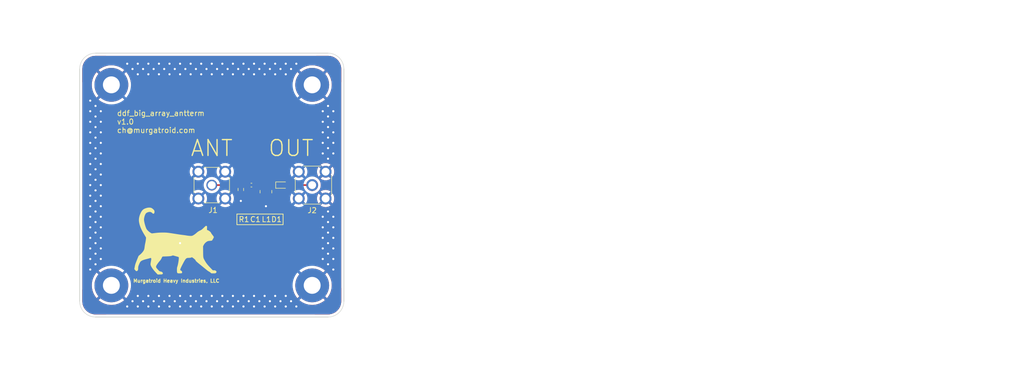
<source format=kicad_pcb>
(kicad_pcb (version 20211014) (generator pcbnew)
  (layers (0 "F.Cu" signal) (1 "In1.Cu" signal) (2 "In2.Cu" signal) (31 "B.Cu" signal) (34 "B.Paste" user) (35 "F.Paste" user) (36 "B.SilkS" user "B.Silkscreen") (37 "F.SilkS" user "F.Silkscreen") (38 "B.Mask" user) (39 "F.Mask" user) (44 "Edge.Cuts" user))
  (net 0 "")
  (net 1 "/ANT")
  (net 2 "/RET")
  (net 3 "/OUT")
  (net 4 "GND")
  (footprint "Resistor_SMD:R_0603_1608Metric" (layer "F.Cu") (at 110.5 65.83 -90)
    (fp_text reference "R1" (at 5.67 -0.6) (layer "F.SilkS"))
    (fp_text value "100K")
    (fp_line (start -0.237258 -0.5225) (end 0.237258 -0.5225) (layer "F.SilkS") (width 0.12))
    (fp_line (start -0.237258 0.5225) (end 0.237258 0.5225) (layer "F.SilkS") (width 0.12))
    (pad "1" smd roundrect (at -0.825 0 270) (size 0.8 0.95) (layers "F.Cu" "F.Paste" "F.Mask") (net 1 "/ANT"))
    (pad "2" smd roundrect (at 0.825 0 270) (size 0.8 0.95) (layers "F.Cu" "F.Paste" "F.Mask") (net 4 "GND"))
  )
  (footprint "ch:SMA_Molex_73251-2200_Horizontal" (layer "F.Cu") (at 124 65 -90)
    (fp_text reference "J2" (at 4.8 0) (layer "F.SilkS"))
    (fp_text value "Conn_Coaxial")
    (fp_line (start 3.6 -1.6) (end 3.6 1.6) (layer "F.SilkS") (width 0.12))
    (fp_line (start -1.3 3.2) (end 1.3 3.2) (layer "F.SilkS") (width 0.12))
    (fp_line (start -3.6 -1.6) (end -3.6 1.6) (layer "F.SilkS") (width 0.12))
    (fp_line (start -1.8 -3.68) (end 1.8 -3.68) (layer "F.SilkS") (width 0.12))
    (pad "1" thru_hole circle locked (at 0 0 270) (size 2.25 2.25) (drill 1.5) (layers *.Cu *.Mask) (net 3 "/OUT"))
    (pad "2" thru_hole circle locked (at 2.54 -2.54 270) (size 2.25 2.25) (drill 1.5) (layers *.Cu *.Mask) (net 4 "GND"))
    (pad "2" thru_hole circle locked (at -2.54 -2.54 270) (size 2.25 2.25) (drill 1.5) (layers *.Cu *.Mask) (net 4 "GND"))
    (pad "2" thru_hole circle locked (at 2.54 2.54) (size 2.25 2.25) (drill 1.5) (layers *.Cu *.Mask) (net 4 "GND"))
    (pad "2" thru_hole circle locked (at -2.54 2.54 270) (size 2.25 2.25) (drill 1.5) (layers *.Cu *.Mask) (net 4 "GND"))
  )
  (footprint "MountingHole:MountingHole_3.2mm_M3_Pad_TopBottom" (layer "F.Cu") (at 86 46)
    (fp_text reference "H2" hide)
    (fp_text value "MountingHole")
    (pad "1" connect circle locked (at 0 0) (size 6.4 6.4) (layers "B.Cu" "B.Mask") (net 4 "GND"))
    (pad "1" connect circle locked (at 0 0) (size 6.4 6.4) (layers "F.Cu" "F.Mask") (net 4 "GND"))
    (pad "1" thru_hole circle locked (at 0 0) (size 3.6 3.6) (drill 3.2) (layers *.Cu *.Mask) (net 4 "GND"))
  )
  (footprint "Capacitor_SMD:C_0402_1005Metric" (layer "F.Cu") (at 112.5 65)
    (fp_text reference "C1" (at 0.75 6.5) (layer "F.SilkS"))
    (fp_text value "390p NP0 50V")
    (fp_line (start -0.107836 0.36) (end 0.107836 0.36) (layer "F.SilkS") (width 0.12))
    (fp_line (start -0.107836 -0.36) (end 0.107836 -0.36) (layer "F.SilkS") (width 0.12))
    (pad "1" smd roundrect (at -0.48 0) (size 0.56 0.62) (layers "F.Cu" "F.Paste" "F.Mask") (net 1 "/ANT"))
    (pad "2" smd roundrect (at 0.48 0) (size 0.56 0.62) (layers "F.Cu" "F.Paste" "F.Mask") (net 2 "/RET"))
  )
  (footprint "MountingHole:MountingHole_3.2mm_M3_Pad_TopBottom" (layer "F.Cu") (at 124 46)
    (fp_text reference "H4" hide)
    (fp_text value "MountingHole")
    (pad "1" connect circle locked (at 0 0) (size 6.4 6.4) (layers "F.Cu" "F.Mask") (net 4 "GND"))
    (pad "1" thru_hole circle locked (at 0 0) (size 3.6 3.6) (drill 3.2) (layers *.Cu *.Mask) (net 4 "GND"))
    (pad "1" connect circle locked (at 0 0) (size 6.4 6.4) (layers "B.Cu" "B.Mask") (net 4 "GND"))
  )
  (footprint "Diode_SMD:D_SOD-523" (layer "F.Cu") (at 118.25 65)
    (fp_text reference "D1" (at -1 6.5) (layer "F.SilkS"))
    (fp_text value "SMP1340")
    (fp_line (start 0.7 0.6) (end -1.15 0.6) (layer "F.SilkS") (width 0.12))
    (fp_line (start 0.7 -0.6) (end -1.15 -0.6) (layer "F.SilkS") (width 0.12))
    (fp_line (start -1.15 -0.6) (end -1.15 0.6) (layer "F.SilkS") (width 0.12))
    (pad "1" smd rect (at -0.7 0 180) (size 0.6 0.7) (layers "F.Cu" "F.Paste" "F.Mask") (net 2 "/RET"))
    (pad "2" smd rect (at 0.7 0 180) (size 0.6 0.7) (layers "F.Cu" "F.Paste" "F.Mask") (net 3 "/OUT"))
  )
  (footprint "ch:SMA_Molex-73391-0070_Vertical" (layer "F.Cu") (at 105 65)
    (fp_text reference "J1" (at 0.25 4.75) (layer "F.SilkS"))
    (fp_text value "Conn_Coaxial")
    (fp_line (start -1.45 3.355) (end 1.45 3.355) (layer "F.SilkS") (width 0.12))
    (fp_line (start -3.355 -1.45) (end -3.355 1.45) (layer "F.SilkS") (width 0.12))
    (fp_line (start -1.45 -3.355) (end 1.45 -3.355) (layer "F.SilkS") (width 0.12))
    (fp_line (start 3.355 -1.45) (end 3.355 1.45) (layer "F.SilkS") (width 0.12))
    (pad "1" thru_hole circle locked (at 0 0) (size 2.05 2.05) (drill 1.5) (layers *.Cu *.Mask) (net 1 "/ANT"))
    (pad "2" thru_hole circle locked (at 2.54 2.54) (size 2.25 2.25) (drill 1.5) (layers *.Cu *.Mask) (net 4 "GND"))
    (pad "2" thru_hole circle locked (at 2.54 -2.54) (size 2.25 2.25) (drill 1.5) (layers *.Cu *.Mask) (net 4 "GND"))
    (pad "2" thru_hole circle locked (at -2.54 -2.54) (size 2.25 2.25) (drill 1.5) (layers *.Cu *.Mask) (net 4 "GND"))
    (pad "2" thru_hole circle locked (at -2.54 2.54) (size 2.25 2.25) (drill 1.5) (layers *.Cu *.Mask) (net 4 "GND"))
  )
  (footprint "ch:IMC1008" (layer "F.Cu") (at 115.25 66.25 -90)
    (fp_text reference "L1" (at 5.25 -0.1) (layer "F.SilkS"))
    (fp_text value "560n")
    (fp_line (start -0.261252 -1.11) (end 0.261252 -1.11) (layer "F.SilkS") (width 0.12))
    (fp_line (start -0.261252 1.11) (end 0.261252 1.11) (layer "F.SilkS") (width 0.12))
    (pad "1" smd roundrect (at -1.25 0 90) (size 1.3 2.54) (layers "F.Cu" "F.Paste" "F.Mask") (roundrect_rratio 0.2) (net 2 "/RET"))
    (pad "2" smd roundrect (at 1.25 0 270) (size 1.3 2.54) (layers "F.Cu" "F.Paste" "F.Mask") (roundrect_rratio 0.2) (net 4 "GND"))
  )
  (footprint "MountingHole:MountingHole_3.2mm_M3_Pad_TopBottom" (layer "F.Cu") (at 86 84)
    (fp_text reference "H3" hide)
    (fp_text value "MountingHole")
    (pad "1" thru_hole circle locked (at 0 0) (size 3.6 3.6) (drill 3.2) (layers *.Cu *.Mask) (net 4 "GND"))
    (pad "1" connect circle locked (at 0 0) (size 6.4 6.4) (layers "B.Cu" "B.Mask") (net 4 "GND"))
    (pad "1" connect circle locked (at 0 0) (size 6.4 6.4) (layers "F.Cu" "F.Mask") (net 4 "GND"))
  )
  (footprint "MountingHole:MountingHole_3.2mm_M3_Pad_TopBottom" (layer "F.Cu") (at 124 84)
    (fp_text reference "H1" hide)
    (fp_text value "MountingHole")
    (pad "1" connect circle locked (at 0 0) (size 6.4 6.4) (layers "F.Cu" "F.Mask") (net 4 "GND"))
    (pad "1" thru_hole circle locked (at 0 0) (size 3.6 3.6) (drill 3.2) (layers *.Cu *.Mask) (net 4 "GND"))
    (pad "1" connect circle locked (at 0 0) (size 6.4 6.4) (layers "B.Cu" "B.Mask") (net 4 "GND"))
  )
  (gr_rect (start 109.75 70.484) (end 118.5 72.5) (layer "F.SilkS") (width 0.15) (fill none))
  (gr_poly (pts (xy 92.737201 69.314506) (xy 92.619491 69.34756) (xy 92.510511 69.381848) (xy 92.409649 69.417836) (xy 92.316295 69.455992) (xy 92.22984 69.496782) (xy 92.149672 69.540673) (xy 92.075182 69.588132) (xy 92.00576 69.639626) (xy 91.940796 69.695622) (xy 91.879678 69.756587) (xy 91.821798 69.822989) (xy 91.766544 69.895293) (xy 91.713307 69.973967) (xy 91.661476 70.059477) (xy 91.610442 70.152292) (xy 91.559593 70.252877) (xy 91.506723 70.365875) (xy 91.458182 70.477928) (xy 91.413963 70.589025) (xy 91.374062 70.699156) (xy 91.338472 70.808309) (xy 91.307187 70.916473) (xy 91.280203 71.023638) (xy 91.257512 71.129792) (xy 91.239109 71.234926) (xy 91.224989 71.339026) (xy 91.215145 71.442084) (xy 91.209572 71.544088) (xy 91.208264 71.645026) (xy 91.211214 71.744889) (xy 91.218418 71.843664) (xy 91.22987 71.941342) (xy 91.252117 72.07718) (xy 91.278211 72.2119) (xy 91.308347 72.346) (xy 91.342724 72.479981) (xy 91.381536 72.61434) (xy 91.424981 72.749579) (xy 91.473254 72.886196) (xy 91.526554 73.024692) (xy 91.585075 73.165564) (xy 91.649015 73.309314) (xy 91.718569 73.456441) (xy 91.793936 73.607443) (xy 91.87531 73.762821) (xy 91.962889 73.923074) (xy 92.056869 74.088702) (xy 92.157446 74.260203) (xy 92.563211 74.941399) (xy 92.537811 75.242231) (xy 92.530604 75.311707) (xy 92.52016 75.393113) (xy 92.506992 75.483433) (xy 92.491615 75.579654) (xy 92.47454 75.678762) (xy 92.456283 75.777744) (xy 92.437356 75.873586) (xy 92.418272 75.963274) (xy 92.397969 76.053945) (xy 92.378036 76.152598) (xy 92.358859 76.256005) (xy 92.340822 76.360942) (xy 92.30971 76.5625) (xy 92.297404 76.652669) (xy 92.28778 76.731464) (xy 92.278647 76.809016) (xy 92.26773 76.885841) (xy 92.255284 76.960541) (xy 92.241564 77.03172) (xy 92.226824 77.09798) (xy 92.211319 77.157924) (xy 92.195305 77.210155) (xy 92.187186 77.232941) (xy 92.179036 77.253275) (xy 92.15378 77.30727) (xy 92.125624 77.361865) (xy 92.094635 77.416981) (xy 92.060884 77.472539) (xy 92.024437 77.528457) (xy 91.985365 77.584656) (xy 91.943735 77.641056) (xy 91.899616 77.697577) (xy 91.853077 77.754138) (xy 91.804186 77.810661) (xy 91.753012 77.867065) (xy 91.699623 77.923269) (xy 91.644089 77.979195) (xy 91.586477 78.034761) (xy 91.526856 78.089889) (xy 91.465296 78.144497) (xy 91.142875 78.42358) (xy 90.910941 78.996033) (xy 90.695562 79.537611) (xy 90.622027 79.731658) (xy 90.565819 79.890966) (xy 90.522856 80.027854) (xy 90.489058 80.154638) (xy 90.460342 80.283635) (xy 90.432627 80.427164) (xy 90.405305 80.579691) (xy 90.379664 80.712498) (xy 90.358756 80.811342) (xy 90.351031 80.843577) (xy 90.345632 80.861981) (xy 90.344388 80.867809) (xy 90.34468 80.875052) (xy 90.346434 80.883618) (xy 90.349573 80.893412) (xy 90.3597 80.916316) (xy 90.37445 80.943022) (xy 90.393213 80.972786) (xy 90.415379 81.004866) (xy 90.440335 81.038518) (xy 90.467473 81.072998) (xy 90.496181 81.107564) (xy 90.525848 81.141473) (xy 90.555864 81.17398) (xy 90.585618 81.204344) (xy 90.614499 81.23182) (xy 90.641898 81.255666) (xy 90.667202 81.275139) (xy 90.678878 81.283002) (xy 90.689802 81.289494) (xy 90.698445 81.293587) (xy 90.707365 81.297031) (xy 90.716542 81.299836) (xy 90.725956 81.302013) (xy 90.735588 81.303571) (xy 90.745416 81.30452) (xy 90.755422 81.30487) (xy 90.765586 81.304632) (xy 90.775887 81.303815) (xy 90.786306 81.302429) (xy 90.796823 81.300485) (xy 90.807417 81.297991) (xy 90.81807 81.294959) (xy 90.828762 81.291397) (xy 90.839471 81.287317) (xy 90.850179 81.282727) (xy 90.871512 81.272061) (xy 90.892599 81.259479) (xy 90.913283 81.24506) (xy 90.933404 81.228884) (xy 90.952803 81.211031) (xy 90.971322 81.191581) (xy 90.9888 81.170613) (xy 90.9971 81.159585) (xy 91.00508 81.148207) (xy 91.012941 81.134831) (xy 91.020222 81.120406) (xy 91.02694 81.104822) (xy 91.033112 81.087966) (xy 91.038752 81.069728) (xy 91.043876 81.049997) (xy 91.048502 81.028661) (xy 91.052645 81.005609) (xy 91.056321 80.980731) (xy 91.059546 80.953914) (xy 91.062336 80.925049) (xy 91.064708 80.894023) (xy 91.066676 80.860725) (xy 91.068258 80.825045) (xy 91.069469 80.786872) (xy 91.070326 80.746093) (xy 91.071401 80.650441) (xy 91.073 80.608213) (xy 91.075533 80.56869) (xy 91.079169 80.531102) (xy 91.084081 80.494678) (xy 91.090436 80.458648) (xy 91.098405 80.422243) (xy 91.108158 80.384692) (xy 91.119866 80.345224) (xy 91.133697 80.303071) (xy 91.149823 80.25746) (xy 91.189636 80.152789) (xy 91.240665 80.02505) (xy 91.276823 79.939791) (xy 91.314012 79.856614) (xy 91.351209 79.7776) (xy 91.387389 79.704832) (xy 91.421531 79.64039) (xy 91.452611 79.586357) (xy 91.479605 79.544815) (xy 91.491251 79.529378) (xy 91.501491 79.517844) (xy 91.53965 79.480147) (xy 91.579734 79.444367) (xy 91.622219 79.410297) (xy 91.667583 79.37773) (xy 91.716303 79.346459) (xy 91.768857 79.316276) (xy 91.825721 79.286975) (xy 91.887372 79.258347) (xy 91.954289 79.230187) (xy 92.026947 79.202287) (xy 92.105825 79.174439) (xy 92.191399 79.146436) (xy 92.284146 79.118072) (xy 92.384544 79.089138) (xy 92.49307 79.059429) (xy 92.610201 79.028736) (xy 92.864337 78.963393) (xy 93.088931 78.902827) (xy 93.259858 78.854495) (xy 93.352992 78.825853) (xy 93.369202 78.820176) (xy 93.383925 78.81536) (xy 93.397288 78.811422) (xy 93.409418 78.808378) (xy 93.420443 78.806244) (xy 93.430491 78.805038) (xy 93.435188 78.804788) (xy 93.439688 78.804776) (xy 93.444008 78.805003) (xy 93.448163 78.805473) (xy 93.452169 78.806187) (xy 93.456042 78.807147) (xy 93.459798 78.808356) (xy 93.463454 78.809815) (xy 93.467024 78.811526) (xy 93.470525 78.813492) (xy 93.473972 78.815715) (xy 93.477383 78.818196) (xy 93.484155 78.823942) (xy 93.490969 78.830747) (xy 93.497953 78.838629) (xy 93.505234 78.847602) (xy 93.511138 78.8558) (xy 93.516616 78.864121) (xy 93.521668 78.872626) (xy 93.526293 78.881375) (xy 93.530491 78.890429) (xy 93.53426 78.899848) (xy 93.5376 78.909693) (xy 93.540511 78.920024) (xy 93.542991 78.930901) (xy 93.545041 78.942384) (xy 93.546659 78.954535) (xy 93.547845 78.967413) (xy 93.548598 78.981078) (xy 93.548918 78.995592) (xy 93.548804 79.011014) (xy 93.548255 79.027406) (xy 93.54585 79.063336) (xy 93.541699 79.103866) (xy 93.535797 79.14948) (xy 93.528138 79.200659) (xy 93.518717 79.257887) (xy 93.50753 79.321647) (xy 93.49457 79.392422) (xy 93.479833 79.470695) (xy 93.465283 79.548105) (xy 93.451712 79.626702) (xy 93.439418 79.704279) (xy 93.428696 79.778631) (xy 93.419842 79.84755) (xy 93.413151 79.90883) (xy 93.408919 79.960266) (xy 93.407443 79.99965) (xy 93.408628 80.031073) (xy 93.412165 80.064178) (xy 93.418029 80.098927) (xy 93.426195 80.135283) (xy 93.449332 80.212661) (xy 93.481374 80.296012) (xy 93.522119 80.38503) (xy 93.571367 80.479414) (xy 93.628915 80.578862) (xy 93.694562 80.683069) (xy 93.768107 80.791734) (xy 93.849347 80.904553) (xy 93.93808 81.021225) (xy 94.034106 81.141445) (xy 94.137223 81.264912) (xy 94.247229 81.391322) (xy 94.363923 81.520373) (xy 94.487102 81.651762) (xy 94.766026 81.945291) (xy 95.197191 81.934495) (xy 95.335503 81.930598) (xy 95.441497 81.926267) (xy 95.484061 81.923594) (xy 95.520569 81.9204) (xy 95.551694 81.916545) (xy 95.578112 81.911893) (xy 95.600496 81.906304) (xy 95.619522 81.899642) (xy 95.635863 81.891769) (xy 95.650194 81.882546) (xy 95.663189 81.871836) (xy 95.675523 81.8595) (xy 95.700905 81.829402) (xy 95.711777 81.813824) (xy 95.721308 81.799583) (xy 95.729512 81.786489) (xy 95.736405 81.774351) (xy 95.742004 81.762978) (xy 95.744322 81.757518) (xy 95.746323 81.752178) (xy 95.748008 81.746933) (xy 95.74938 81.74176) (xy 95.750439 81.736635) (xy 95.751189 81.731533) (xy 95.75163 81.726432) (xy 95.751766 81.721307) (xy 95.751598 81.716134) (xy 95.751128 81.710889) (xy 95.750358 81.705549) (xy 95.74929 81.700089) (xy 95.747926 81.694486) (xy 95.746267 81.688716) (xy 95.742077 81.676578) (xy 95.736734 81.663484) (xy 95.730254 81.649243) (xy 95.722653 81.633664) (xy 95.715655 81.619905) (xy 95.708233 81.606486) (xy 95.70039 81.593411) (xy 95.692128 81.58068) (xy 95.683449 81.568295) (xy 95.674354 81.556256) (xy 95.664847 81.544566) (xy 95.654929 81.533225) (xy 95.644602 81.522234) (xy 95.633867 81.511596) (xy 95.622728 81.501311) (xy 95.611186 81.49138) (xy 95.599242 81.481805) (xy 95.5869 81.472588) (xy 95.57416 81.463728) (xy 95.561026 81.455228) (xy 95.547499 81.44709) (xy 95.53358 81.439313) (xy 95.519273 81.4319) (xy 95.504578 81.424851) (xy 95.489499 81.418169) (xy 95.474037 81.411854) (xy 95.441971 81.400331) (xy 95.408398 81.390292) (xy 95.373333 81.381748) (xy 95.336792 81.374709) (xy 95.298791 81.369186) (xy 95.267234 81.364475) (xy 95.2387 81.359559) (xy 95.212564 81.353975) (xy 95.200199 81.350788) (xy 95.188199 81.347261) (xy 95.176485 81.343337) (xy 95.164979 81.338956) (xy 95.153603 81.334063) (xy 95.142278 81.328598) (xy 95.130927 81.322504) (xy 95.11947 81.315724) (xy 95.10783 81.308199) (xy 95.095928 81.299872) (xy 95.083686 81.290685) (xy 95.071026 81.28058) (xy 95.05787 81.2695) (xy 95.044138 81.257387) (xy 95.014638 81.22983) (xy 94.981899 81.197446) (xy 94.945295 81.159775) (xy 94.9042 81.116353) (xy 94.806031 81.010412) (xy 94.697502 80.891176) (xy 94.652124 80.839176) (xy 94.612316 80.79156) (xy 94.577815 80.747808) (xy 94.548354 80.707399) (xy 94.523668 80.669814) (xy 94.503493 80.634531) (xy 94.487563 80.601031) (xy 94.475614 80.568792) (xy 94.467379 80.537294) (xy 94.462595 80.506018) (xy 94.460996 80.474442) (xy 94.462316 80.442046) (xy 94.466291 80.408309) (xy 94.472656 80.372712) (xy 94.481706 80.340181) (xy 94.4976 80.300201) (xy 94.519797 80.253557) (xy 94.547757 80.201035) (xy 94.580938 80.143418) (xy 94.618799 80.081493) (xy 94.660798 80.016045) (xy 94.706396 79.947858) (xy 94.75505 79.877718) (xy 94.806219 79.806409) (xy 94.859362 79.734717) (xy 94.913939 79.663427) (xy 94.969408 79.593324) (xy 95.025227 79.525193) (xy 95.080857 79.459819) (xy 95.135755 79.397987) (xy 95.165778 79.364781) (xy 95.194733 79.331674) (xy 95.222659 79.298597) (xy 95.249591 79.265481) (xy 95.275568 79.232256) (xy 95.300628 79.198855) (xy 95.324806 79.165209) (xy 95.348142 79.131248) (xy 95.370673 79.096903) (xy 95.392435 79.062107) (xy 95.413467 79.02679) (xy 95.433805 78.990883) (xy 95.453488 78.954318) (xy 95.472552 78.917025) (xy 95.491036 78.878936) (xy 95.508976 78.839981) (xy 95.552112 78.748867) (xy 95.570723 78.710951) (xy 95.587689 78.677717) (xy 95.603253 78.648857) (xy 95.617659 78.624065) (xy 95.631151 78.60303) (xy 95.643973 78.585446) (xy 95.656369 78.571004) (xy 95.668583 78.559396) (xy 95.680859 78.550313) (xy 95.693441 78.543449) (xy 95.706572 78.538494) (xy 95.720498 78.535141) (xy 95.73546 78.533081) (xy 95.751705 78.532006) (xy 96.475116 78.507519) (xy 96.741318 78.49439) (xy 96.954613 78.479936) (xy 97.123074 78.463607) (xy 97.254772 78.444852) (xy 97.35778 78.423121) (xy 97.44017 78.397862) (xy 97.646704 78.321821) (xy 97.965474 78.412468) (xy 98.449282 78.545988) (xy 98.590644 78.588401) (xy 98.641336 78.605863) (xy 98.680663 78.621719) (xy 98.710094 78.63664) (xy 98.7311 78.651294) (xy 98.745152 78.666351) (xy 98.75372 78.682478) (xy 98.758274 78.700347) (xy 98.760284 78.720624) (xy 98.762557 78.771083) (xy 98.764569 78.826406) (xy 98.762668 78.897224) (xy 98.748471 79.077029) (xy 98.722639 79.293855) (xy 98.687846 79.531059) (xy 98.646764 79.771999) (xy 98.602068 80.000031) (xy 98.556431 80.198514) (xy 98.534095 80.281474) (xy 98.512526 80.350805) (xy 98.480937 80.447203) (xy 98.467811 80.490344) (xy 98.456324 80.531083) (xy 98.446367 80.570146) (xy 98.437835 80.608262) (xy 98.430621 80.646156) (xy 98.424618 80.684557) (xy 98.419721 80.724191) (xy 98.415822 80.765786) (xy 98.412815 80.810068) (xy 98.410594 80.857766) (xy 98.408082 80.966314) (xy 98.407434 81.097248) (xy 98.407882 81.227868) (xy 98.409649 81.331781) (xy 98.413369 81.413191) (xy 98.41616 81.446771) (xy 98.419677 81.476302) (xy 98.424 81.50231) (xy 98.429208 81.52532) (xy 98.435379 81.545858) (xy 98.442594 81.564448) (xy 98.450932 81.581617) (xy 98.460472 81.597891) (xy 98.471293 81.613794) (xy 98.483475 81.629853) (xy 98.496495 81.645849) (xy 98.502678 81.653119) (xy 98.508742 81.659924) (xy 98.514761 81.66628) (xy 98.520807 81.672202) (xy 98.526954 81.677705) (xy 98.533277 81.682804) (xy 98.539849 81.687516) (xy 98.546743 81.691854) (xy 98.554033 81.695836) (xy 98.561793 81.699475) (xy 98.570097 81.702787) (xy 98.579017 81.705787) (xy 98.588629 81.708492) (xy 98.599004 81.710915) (xy 98.610218 81.713073) (xy 98.622344 81.714981) (xy 98.635455 81.716654) (xy 98.649625 81.718107) (xy 98.664928 81.719356) (xy 98.681437 81.720416) (xy 98.699227 81.721302) (xy 98.71837 81.72203) (xy 98.761011 81.723072) (xy 98.809952 81.723665) (xy 98.86578 81.723931) (xy 98.929086 81.723992) (xy 99.068347 81.722818) (xy 99.125963 81.720985) (xy 99.176227 81.717994) (xy 99.219633 81.713603) (xy 99.256674 81.707567) (xy 99.287844 81.699642) (xy 99.301382 81.694894) (xy 99.313638 81.689583) (xy 99.324672 81.683677) (xy 99.334548 81.677147) (xy 99.343325 81.669961) (xy 99.351068 81.662089) (xy 99.357836 81.6535) (xy 99.363692 81.644165) (xy 99.368697 81.634052) (xy 99.372914 81.623131) (xy 99.379227 81.598743) (xy 99.383125 81.570757) (xy 99.385102 81.538928) (xy 99.385651 81.503012) (xy 99.385345 81.483926) (xy 99.384397 81.466007) (xy 99.382757 81.449148) (xy 99.38038 81.433244) (xy 99.377216 81.41819) (xy 99.373219 81.403879) (xy 99.368341 81.390206) (xy 99.362533 81.377064) (xy 99.355749 81.364349) (xy 99.34794 81.351954) (xy 99.33906 81.339773) (xy 99.329059 81.327701) (xy 99.317891 81.315631) (xy 99.305509 81.303459) (xy 99.291863 81.291078) (xy 99.276907 81.278382) (xy 99.265762 81.268827) (xy 99.254122 81.25926) (xy 99.229763 81.240361) (xy 99.204638 81.222236) (xy 99.179554 81.205436) (xy 99.167279 81.197705) (xy 99.155317 81.190511) (xy 99.14377 81.183924) (xy 99.132737 81.178012) (xy 99.12232 81.172844) (xy 99.11262 81.168489) (xy 99.103737 81.165016) (xy 99.095773 81.162494) (xy 99.082537 81.157456) (xy 99.070706 81.151134) (xy 99.060304 81.143451) (xy 99.051357 81.134332) (xy 99.043887 81.123701) (xy 99.037921 81.111482) (xy 99.033483 81.097599) (xy 99.030597 81.081978) (xy 99.029287 81.064542) (xy 99.029578 81.045215) (xy 99.031495 81.023922) (xy 99.035063 81.000588) (xy 99.040305 80.975135) (xy 99.047246 80.94749) (xy 99.055912 80.917576) (xy 99.066325 80.885317) (xy 99.078512 80.850637) (xy 99.092496 80.813462) (xy 99.108302 80.773715) (xy 99.125955 80.73132) (xy 99.145478 80.686203) (xy 99.166897 80.638287) (xy 99.215521 80.533755) (xy 99.272021 80.41712) (xy 99.336593 80.287775) (xy 99.409436 80.145117) (xy 99.490743 79.988538) (xy 99.687543 79.614534) (xy 99.771489 79.460784) (xy 99.847606 79.327307) (xy 99.917245 79.212679) (xy 99.981761 79.115479) (xy 100.042508 79.034285) (xy 100.100839 78.967676) (xy 100.158108 78.914228) (xy 100.215668 78.87252) (xy 100.274873 78.841131) (xy 100.337076 78.818637) (xy 100.403632 78.803617) (xy 100.475894 78.794649) (xy 100.555215 78.790311) (xy 100.64295 78.789181) (xy 100.708048 78.788169) (xy 100.772284 78.785161) (xy 100.834813 78.780199) (xy 100.894787 78.773326) (xy 100.951361 78.764586) (xy 101.003687 78.75402) (xy 101.027993 78.748067) (xy 101.05092 78.741673) (xy 101.072361 78.734844) (xy 101.092212 78.727586) (xy 101.26255 78.669642) (xy 101.494486 78.836329) (xy 101.541499 78.870033) (xy 101.587245 78.904413) (xy 101.631481 78.939211) (xy 101.673962 78.974164) (xy 101.714445 79.009014) (xy 101.752687 79.043498) (xy 101.788443 79.077358) (xy 101.82147 79.110332) (xy 101.851525 79.14216) (xy 101.878362 79.172582) (xy 101.90174 79.201337) (xy 101.921413 79.228165) (xy 101.937139 79.252804) (xy 101.948674 79.274996) (xy 101.955773 79.294479) (xy 101.957584 79.303123) (xy 101.958194 79.310993) (xy 101.958918 79.317874) (xy 101.961144 79.325674) (xy 101.964949 79.334465) (xy 101.970414 79.344314) (xy 101.977617 79.355292) (xy 101.986637 79.367468) (xy 101.997554 79.380912) (xy 102.010445 79.395693) (xy 102.042469 79.429547) (xy 102.083341 79.469587) (xy 102.133692 79.516368) (xy 102.194156 79.57045) (xy 102.265363 79.632387) (xy 102.347945 79.702738) (xy 102.442535 79.782058) (xy 102.549763 79.870906) (xy 102.670263 79.969838) (xy 102.804665 80.079411) (xy 103.117704 80.332707) (xy 104.095921 81.129791) (xy 104.138669 81.165496) (xy 104.184424 81.201268) (xy 104.231786 81.236177) (xy 104.279357 81.269292) (xy 104.325736 81.299684) (xy 104.369526 81.326423) (xy 104.390013 81.338131) (xy 104.409328 81.348577) (xy 104.427296 81.357644) (xy 104.443742 81.365217) (xy 104.459378 81.372708) (xy 104.476295 81.381529) (xy 104.494325 81.391563) (xy 104.513307 81.402692) (xy 104.553463 81.42777) (xy 104.595448 81.455824) (xy 104.637946 81.485917) (xy 104.679642 81.517111) (xy 104.719222 81.548469) (xy 104.755369 81.579053) (xy 104.922056 81.723992) (xy 105.309883 81.723992) (xy 105.43495 81.723637) (xy 105.531092 81.721837) (xy 105.570002 81.72005) (xy 105.603704 81.717488) (xy 105.632872 81.714012) (xy 105.658181 81.709487) (xy 105.680305 81.703772) (xy 105.699919 81.69673) (xy 105.717696 81.688224) (xy 105.734312 81.678116) (xy 105.75044 81.666267) (xy 105.766755 81.65254) (xy 105.802644 81.6189) (xy 105.826794 81.59306) (xy 105.837624 81.580598) (xy 105.84762 81.568414) (xy 105.856782 81.556487) (xy 105.865106 81.544797) (xy 105.87259 81.533323) (xy 105.879234 81.522045) (xy 105.885034 81.510942) (xy 105.889988 81.499993) (xy 105.894095 81.489178) (xy 105.897352 81.478477) (xy 105.899757 81.467869) (xy 105.901309 81.457333) (xy 105.902005 81.446849) (xy 105.901843 81.436396) (xy 105.900821 81.425954) (xy 105.898937 81.415502) (xy 105.896189 81.40502) (xy 105.892575 81.394487) (xy 105.888092 81.383882) (xy 105.88274 81.373185) (xy 105.876515 81.362376) (xy 105.869415 81.351433) (xy 105.86144 81.340337) (xy 105.852585 81.329066) (xy 105.84285 81.317601) (xy 105.832233 81.30592) (xy 105.808342 81.281831) (xy 105.780895 81.256633) (xy 105.760037 81.238654) (xy 105.740677 81.222679) (xy 105.72245 81.208591) (xy 105.70499 81.196276) (xy 105.696433 81.190745) (xy 105.68793 81.185614) (xy 105.679436 81.180868) (xy 105.670906 81.176492) (xy 105.662292 81.172471) (xy 105.653551 81.16879) (xy 105.644635 81.165437) (xy 105.635499 81.162395) (xy 105.626098 81.15965) (xy 105.616385 81.157188) (xy 105.606316 81.154993) (xy 105.595843 81.153053) (xy 105.573507 81.149874) (xy 105.549012 81.147534) (xy 105.521991 81.145917) (xy 105.492079 81.144906) (xy 105.458911 81.144385) (xy 105.422119 81.144237) (xy 105.193995 81.144237) (xy 104.904119 80.843565) (xy 104.681911 80.612226) (xy 104.488531 80.404488) (xy 104.320541 80.216104) (xy 104.174504 80.04283) (xy 104.04698 79.880421) (xy 103.989087 79.801964) (xy 103.934533 79.724631) (xy 103.882889 79.647891) (xy 103.833725 79.571214) (xy 103.741116 79.415926) (xy 103.617318 79.200401) (xy 103.567641 79.111044) (xy 103.525291 79.03005) (xy 103.489651 78.95449) (xy 103.460105 78.881435) (xy 103.447424 78.844931) (xy 103.436037 78.807954) (xy 103.425864 78.770139) (xy 103.41683 78.731119) (xy 103.408857 78.690528) (xy 103.401869 78.647999) (xy 103.390536 78.555666) (xy 103.382217 78.451189) (xy 103.376294 78.331639) (xy 103.372152 78.194087) (xy 103.369173 78.035602) (xy 103.364244 77.644118) (xy 103.353449 76.593351) (xy 103.476638 76.350623) (xy 103.502812 76.301425) (xy 103.531047 76.253047) (xy 103.561279 76.20555) (xy 103.593444 76.158992) (xy 103.627479 76.11343) (xy 103.663319 76.068924) (xy 103.700902 76.025533) (xy 103.740164 75.983315) (xy 103.78104 75.942328) (xy 103.823467 75.902631) (xy 103.867381 75.864283) (xy 103.912719 75.827343) (xy 103.959417 75.791868) (xy 104.007411 75.757918) (xy 104.056638 75.725551) (xy 104.107034 75.694826) (xy 104.132432 75.679905) (xy 104.157247 75.666332) (xy 104.181829 75.654012) (xy 104.206528 75.642848) (xy 104.231695 75.632746) (xy 104.257681 75.62361) (xy 104.284835 75.615343) (xy 104.313508 75.607851) (xy 104.344051 75.601039) (xy 104.376814 75.594809) (xy 104.412148 75.589068) (xy 104.450402 75.583719) (xy 104.491928 75.578667) (xy 104.537076 75.573815) (xy 104.63964 75.564334) (xy 104.78286 75.550305) (xy 104.90505 75.536275) (xy 104.954218 75.529688) (xy 104.993278 75.523615) (xy 105.020614 75.518226) (xy 105.029381 75.515842) (xy 105.03461 75.513693) (xy 105.038194 75.510138) (xy 105.043457 75.503688) (xy 105.050294 75.494501) (xy 105.058596 75.482736) (xy 105.079175 75.452111) (xy 105.104341 75.413085) (xy 105.133243 75.36693) (xy 105.165028 75.314918) (xy 105.198845 75.258322) (xy 105.233841 75.198415) (xy 105.276343 75.125307) (xy 105.311628 75.060568) (xy 105.326643 75.03119) (xy 105.339948 75.003728) (xy 105.351574 74.978124) (xy 105.361555 74.954317) (xy 105.369921 74.93225) (xy 105.376703 74.911864) (xy 105.381934 74.893099) (xy 105.385645 74.875897) (xy 105.387868 74.8602) (xy 105.388634 74.845947) (xy 105.387975 74.833081) (xy 105.385923 74.821543) (xy 105.382688 74.811334) (xy 105.377126 74.798513) (xy 105.369373 74.783264) (xy 105.359568 74.765772) (xy 105.34785 74.746223) (xy 105.334357 74.724801) (xy 105.302599 74.67708) (xy 105.265402 74.624091) (xy 105.223872 74.567315) (xy 105.179116 74.508231) (xy 105.132241 74.448321) (xy 105.08416 74.388137) (xy 105.038467 74.3282) (xy 104.996178 74.270127) (xy 104.95831 74.215534) (xy 104.925883 74.166039) (xy 104.899913 74.123258) (xy 104.889668 74.104891) (xy 104.881418 74.088808) (xy 104.875292 74.075212) (xy 104.871416 74.064305) (xy 104.867575 74.051367) (xy 104.862223 74.037738) (xy 104.855421 74.023473) (xy 104.847228 74.008622) (xy 104.837703 73.993238) (xy 104.826906 73.977374) (xy 104.801737 73.944414) (xy 104.772196 73.910161) (xy 104.738762 73.875035) (xy 104.701912 73.839453) (xy 104.662123 73.803836) (xy 104.619873 73.768602) (xy 104.57564 73.73417) (xy 104.529899 73.70096) (xy 104.48313 73.669389) (xy 104.435809 73.639879) (xy 104.388414 73.612846) (xy 104.341422 73.588712) (xy 104.295311 73.567893) (xy 104.092428 73.480899) (xy 104.103223 73.118631) (xy 104.106487 73.00112) (xy 104.107728 72.912321) (xy 104.107375 72.877467) (xy 104.106259 72.848324) (xy 104.104295 72.824405) (xy 104.101397 72.805219) (xy 104.09748 72.790279) (xy 104.092458 72.779095) (xy 104.086245 72.77118) (xy 104.078755 72.766043) (xy 104.069904 72.763196) (xy 104.059606 72.76215) (xy 104.047775 72.762417) (xy 104.034325 72.763508) (xy 104.025042 72.764539) (xy 104.01619 72.764906) (xy 104.00778 72.764624) (xy 104.003745 72.764244) (xy 103.999824 72.763709) (xy 103.996019 72.763019) (xy 103.992332 72.762177) (xy 103.988763 72.761185) (xy 103.985315 72.760045) (xy 103.981988 72.758758) (xy 103.978784 72.757328) (xy 103.975704 72.755755) (xy 103.97275 72.754042) (xy 103.969923 72.752191) (xy 103.967224 72.750204) (xy 103.964655 72.748083) (xy 103.962216 72.74583) (xy 103.959911 72.743446) (xy 103.957739 72.740935) (xy 103.955702 72.738297) (xy 103.953802 72.735536) (xy 103.95204 72.732652) (xy 103.950417 72.729648) (xy 103.948934 72.726526) (xy 103.947594 72.723288) (xy 103.946397 72.719936) (xy 103.945345 72.716472) (xy 103.944438 72.712897) (xy 103.94368 72.709215) (xy 103.942367 72.705201) (xy 103.940442 72.702007) (xy 103.939244 72.700722) (xy 103.937887 72.699647) (xy 103.936368 72.698784) (xy 103.934685 72.698135) (xy 103.93082 72.697482) (xy 103.926272 72.697703) (xy 103.921027 72.698811) (xy 103.915065 72.700819) (xy 103.90837 72.70374) (xy 103.900926 72.707587) (xy 103.892714 72.712374) (xy 103.883717 72.718114) (xy 103.873918 72.72482) (xy 103.863301 72.732506) (xy 103.851847 72.741184) (xy 103.83954 72.750867) (xy 103.812296 72.773305) (xy 103.781432 72.799924) (xy 103.746811 72.830832) (xy 103.708293 72.866132) (xy 103.665743 72.905932) (xy 103.619021 72.950337) (xy 103.567991 72.999453) (xy 103.512515 73.053385) (xy 103.387551 73.174882) (xy 103.283134 73.27318) (xy 103.236773 73.314984) (xy 103.193321 73.352614) (xy 103.152033 73.386611) (xy 103.112168 73.417518) (xy 103.072981 73.445876) (xy 103.03373 73.472228) (xy 102.993673 73.497114) (xy 102.952066 73.521078) (xy 102.908165 73.54466) (xy 102.861229 73.568402) (xy 102.755278 73.618535) (xy 102.66082 73.665343) (xy 102.616711 73.688473) (xy 102.574305 73.711682) (xy 102.533322 73.735166) (xy 102.493479 73.759122) (xy 102.454495 73.783746) (xy 102.416089 73.809234) (xy 102.377978 73.835782) (xy 102.339882 73.863587) (xy 102.301518 73.892845) (xy 102.262605 73.923752) (xy 102.222861 73.956505) (xy 102.182005 73.991299) (xy 102.095831 74.067798) (xy 102.027172 74.127605) (xy 101.95301 74.188739) (xy 101.875686 74.249504) (xy 101.797539 74.308205) (xy 101.720911 74.363149) (xy 101.648141 74.412641) (xy 101.58157 74.454984) (xy 101.55134 74.472946) (xy 101.523537 74.488486) (xy 101.443585 74.532015) (xy 101.408919 74.549957) (xy 101.376959 74.565557) (xy 101.347077 74.578967) (xy 101.318648 74.590343) (xy 101.291046 74.599839) (xy 101.263644 74.607608) (xy 101.235815 74.613806) (xy 101.206935 74.618585) (xy 101.176376 74.622101) (xy 101.143512 74.624507) (xy 101.107717 74.625959) (xy 101.068365 74.626609) (xy 100.976484 74.626122) (xy 100.909561 74.624646) (xy 100.830315 74.620415) (xy 100.741722 74.613724) (xy 100.64676 74.604869) (xy 100.548405 74.594147) (xy 100.449632 74.581853) (xy 100.35342 74.568283) (xy 100.262743 74.553732) (xy 100.070078 74.522419) (xy 99.857396 74.490748) (xy 99.650815 74.462471) (xy 99.476456 74.441337) (xy 99.257053 74.413757) (xy 98.927577 74.367499) (xy 98.532855 74.308352) (xy 98.117714 74.242106) (xy 97.213908 74.101665) (xy 96.897754 74.056969) (xy 96.639891 74.026067) (xy 96.416161 74.006544) (xy 96.202408 73.995982) (xy 95.974476 73.991964) (xy 95.708207 73.992075) (xy 95.519268 73.99328) (xy 95.33946 73.996949) (xy 95.166365 74.003167) (xy 94.997563 74.012018) (xy 94.830636 74.023584) (xy 94.663166 74.037951) (xy 94.492734 74.055201) (xy 94.316922 74.075419) (xy 93.650172 74.155111) (xy 93.454433 74.05367) (xy 93.406997 74.027702) (xy 93.356167 73.996404) (xy 93.302629 73.960392) (xy 93.247068 73.920283) (xy 93.190169 73.876692) (xy 93.132615 73.830235) (xy 93.075093 73.781529) (xy 93.018287 73.731189) (xy 92.962882 73.679832) (xy 92.909562 73.628073) (xy 92.859013 73.576528) (xy 92.81192 73.525814) (xy 92.768966 73.476546) (xy 92.730838 73.429341) (xy 92.698219 73.384814) (xy 92.671796 73.343581) (xy 92.632185 73.269736) (xy 92.591168 73.181339) (xy 92.54929 73.080398) (xy 92.5071 72.968917) (xy 92.465143 72.848902) (xy 92.423966 72.72236) (xy 92.34614 72.457717) (xy 92.277995 72.191035) (xy 92.223905 71.938361) (xy 92.203497 71.822292) (xy 92.188243 71.715743) (xy 92.17869 71.62072) (xy 92.175384 71.539229) (xy 92.178147 71.463023) (xy 92.18489 71.383094) (xy 92.195348 71.300299) (xy 92.209255 71.2155) (xy 92.226346 71.129556) (xy 92.246356 71.043327) (xy 92.269019 70.957672) (xy 92.29407 70.873451) (xy 92.321244 70.791524) (xy 92.350275 70.71275) (xy 92.380897 70.63799) (xy 92.412847 70.568103) (xy 92.445858 70.503948) (xy 92.479665 70.446386) (xy 92.514003 70.396276) (xy 92.548606 70.354477) (xy 92.565304 70.337317) (xy 92.58341 70.320498) (xy 92.623525 70.287983) (xy 92.668319 70.257123) (xy 92.717161 70.22811) (xy 92.769419 70.201135) (xy 92.824463 70.176389) (xy 92.881661 70.154064) (xy 92.940381 70.134351) (xy 92.999992 70.117441) (xy 93.059863 70.103527) (xy 93.119362 70.092799) (xy 93.177858 70.085448) (xy 93.23472 70.081667) (xy 93.289317 70.081646) (xy 93.341016 70.085577) (xy 93.365582 70.089084) (xy 93.389187 70.093651) (xy 93.413892 70.099893) (xy 93.439014 70.107683) (xy 93.464462 70.116956) (xy 93.490147 70.127651) (xy 93.515979 70.139702) (xy 93.541868 70.153047) (xy 93.567724 70.167623) (xy 93.593458 70.183364) (xy 93.61898 70.20021) (xy 93.644201 70.218094) (xy 93.669029 70.236955) (xy 93.693377 70.256729) (xy 93.717153 70.277352) (xy 93.740268 70.298761) (xy 93.762632 70.320892) (xy 93.784156 70.343682) (xy 93.794153 70.354165) (xy 93.804421 70.363886) (xy 93.814936 70.372848) (xy 93.825671 70.381051) (xy 93.836603 70.388499) (xy 93.847706 70.395193) (xy 93.858954 70.401135) (xy 93.870323 70.406326) (xy 93.881787 70.41077) (xy 93.893322 70.414468) (xy 93.904901 70.417421) (xy 93.9165 70.419632) (xy 93.928094 70.421103) (xy 93.939657 70.421835) (xy 93.951165 70.421831) (xy 93.962592 70.421093) (xy 93.973912 70.419622) (xy 93.985102 70.41742) (xy 93.996135 70.41449) (xy 94.006986 70.410833) (xy 94.017631 70.406452) (xy 94.028044 70.401347) (xy 94.0382 70.395522) (xy 94.048074 70.388978) (xy 94.05764 70.381717) (xy 94.066873 70.373741) (xy 94.075749 70.365052) (xy 94.084242 70.355652) (xy 94.092327 70.345543) (xy 94.099978 70.334726) (xy 94.107171 70.323205) (xy 94.11388 70.31098) (xy 94.125992 70.28465) (xy 94.136494 70.256174) (xy 94.145393 70.225865) (xy 94.152692 70.194035) (xy 94.158398 70.160998) (xy 94.162516 70.127067) (xy 94.165052 70.092554) (xy 94.16601 70.057773) (xy 94.165396 70.023037) (xy 94.163215 69.988658) (xy 94.159473 69.95495) (xy 94.154175 69.922226) (xy 94.147327 69.890798) (xy 94.138933 69.86098) (xy 94.129 69.833084) (xy 94.117532 69.807425) (xy 94.102268 69.781025) (xy 94.082608 69.75239) (xy 94.058992 69.721913) (xy 94.031859 69.689985) (xy 94.00165 69.656998) (xy 93.968805 69.623345) (xy 93.933765 69.589417) (xy 93.896969 69.555608) (xy 93.858857 69.522308) (xy 93.819871 69.489909) (xy 93.78045 69.458805) (xy 93.741034 69.429387) (xy 93.702064 69.402046) (xy 93.663979 69.377176) (xy 93.62722 69.355168) (xy 93.592228 69.336414) (xy 93.557124 69.320354) (xy 93.51732 69.306178) (xy 93.473299 69.293902) (xy 93.425546 69.283542) (xy 93.374542 69.275114) (xy 93.320771 69.268634) (xy 93.264717 69.264119) (xy 93.206863 69.261583) (xy 93.147691 69.261043) (xy 93.087686 69.262516) (xy 93.027329 69.266017) (xy 92.967106 69.271562) (xy 92.907498 69.279167) (xy 92.848989 69.288849) (xy 92.792062 69.300623) (xy 92.737201 69.314506)) (layer "F.SilkS") (width 0.001587) (fill solid))
  (gr_line locked (start 130 43) (end 130 87) (layer "Edge.Cuts") (width 0.15))
  (gr_arc locked (start 130 87) (mid 129.12132 89.12132) (end 127 90) (layer "Edge.Cuts") (width 0.1))
  (gr_arc locked (start 127 40) (mid 129.12132 40.87868) (end 130 43) (layer "Edge.Cuts") (width 0.1))
  (gr_arc locked (start 83 90) (mid 80.87868 89.12132) (end 80 87) (layer "Edge.Cuts") (width 0.1))
  (gr_line locked (start 80 87) (end 80 43) (layer "Edge.Cuts") (width 0.15))
  (gr_line locked (start 127 90) (end 83 90) (layer "Edge.Cuts") (width 0.15))
  (gr_arc locked (start 80 43) (mid 80.87868 40.87868) (end 83 40) (layer "Edge.Cuts") (width 0.1))
  (gr_line locked (start 83 40) (end 127 40) (layer "Edge.Cuts") (width 0.15))
  (gr_text "ANT" (at 105 58) (layer "F.SilkS") (effects (font (size 3 3) (thickness 0.25))))
  (gr_text "ddf_big_array_antterm\nv1.0\nch@murgatroid.com" (at 87 53) (layer "F.SilkS") (effects (font (size 1 1)) (justify left)))
  (gr_text "OUT" (at 120 58) (layer "F.SilkS") (effects (font (size 3 3) (thickness 0.25))))
  (gr_text "Murgatroid Heavy Industries, LLC" (at 98.290272 83.139703) (layer "F.SilkS") (effects (font (size 0.65 0.65))))
  (segment (start 105 65) (end 110.495 65) (width 0.29337) (layer "F.Cu") (net 1))
  (segment (start 110.5 65.005) (end 112.015 65.005) (width 0.29337) (layer "F.Cu") (net 1))
  (segment (start 112.98 65) (end 115.25 65) (width 0.29337) (layer "F.Cu") (net 2))
  (segment (start 117.55 65) (end 115.25 65) (width 0.29337) (layer "F.Cu") (net 2))
  (segment (start 124 65) (end 118.95 65) (width 0.29337) (layer "F.Cu") (net 3))
  (segment (start 115.25 67.5) (end 115.25 69) (width 0.25) (layer "F.Cu") (net 4))
  (segment (start 110.5 66.655) (end 110.5 68) (width 0.25) (layer "F.Cu") (net 4))
  (via (at 112 87) (size 0.8) (drill 0.4) (layers "F.Cu" "B.Cu") (net 4))
  (via (at 97 42) (size 0.8) (drill 0.4) (layers "F.Cu" "B.Cu") (net 4))
  (via (at 127 56) (size 0.8) (drill 0.4) (layers "F.Cu" "B.Cu") (net 4))
  (via (at 83 70) (size 0.8) (drill 0.4) (layers "F.Cu" "B.Cu") (net 4))
  (via (at 101 42) (size 0.8) (drill 0.4) (layers "F.Cu" "B.Cu") (net 4))
  (via (at 83 80) (size 0.8) (drill 0.4) (layers "F.Cu" "B.Cu") (net 4))
  (via (at 82 65) (size 0.8) (drill 0.4) (layers "F.Cu" "B.Cu") (net 4))
  (via (at 120 43) (size 0.8) (drill 0.4) (layers "F.Cu" "B.Cu") (net 4))
  (via (at 114 87) (size 0.8) (drill 0.4) (layers "F.Cu" "B.Cu") (net 4))
  (via (at 83 62) (size 0.8) (drill 0.4) (layers "F.Cu" "B.Cu") (net 4))
  (via (at 109 86) (size 0.8) (drill 0.4) (layers "F.Cu" "B.Cu") (net 4))
  (via (at 83 50) (size 0.8) (drill 0.4) (layers "F.Cu" "B.Cu") (net 4))
  (via (at 126 55) (size 0.8) (drill 0.4) (layers "F.Cu" "B.Cu") (net 4))
  (via (at 128 75) (size 0.8) (drill 0.4) (layers "F.Cu" "B.Cu") (net 4))
  (via (at 108 87) (size 0.8) (drill 0.4) (layers "F.Cu" "B.Cu") (net 4))
  (via (at 100 43) (size 0.8) (drill 0.4) (layers "F.Cu" "B.Cu") (net 4))
  (via (at 90 43) (size 0.8) (drill 0.4) (layers "F.Cu" "B.Cu") (net 4))
  (via (at 93 86) (size 0.8) (drill 0.4) (layers "F.Cu" "B.Cu") (net 4))
  (via (at 117 44) (size 0.8) (drill 0.4) (layers "F.Cu" "B.Cu") (net 4))
  (via (at 95 44) (size 0.8) (drill 0.4) (layers "F.Cu" "B.Cu") (net 4))
  (via (at 83 72) (size 0.8) (drill 0.4) (layers "F.Cu" "B.Cu") (net 4))
  (via (at 84 69) (size 0.8) (drill 0.4) (layers "F.Cu" "B.Cu") (net 4))
  (via (at 95 88) (size 0.8) (drill 0.4) (layers "F.Cu" "B.Cu") (net 4))
  (via (at 82 51) (size 0.8) (drill 0.4) (layers "F.Cu" "B.Cu") (net 4))
  (via (at 117 88) (size 0.8) (drill 0.4) (layers "F.Cu" "B.Cu") (net 4))
  (via (at 84 53) (size 0.8) (drill 0.4) (layers "F.Cu" "B.Cu") (net 4))
  (via (at 119 88) (size 0.8) (drill 0.4) (layers "F.Cu" "B.Cu") (net 4))
  (via (at 84 73) (size 0.8) (drill 0.4) (layers "F.Cu" "B.Cu") (net 4))
  (via (at 84 79) (size 0.8) (drill 0.4) (layers "F.Cu" "B.Cu") (net 4))
  (via (at 107 86) (size 0.8) (drill 0.4) (layers "F.Cu" "B.Cu") (net 4))
  (via (at 115 44) (size 0.8) (drill 0.4) (layers "F.Cu" "B.Cu") (net 4))
  (via (at 82 63) (size 0.8) (drill 0.4) (layers "F.Cu" "B.Cu") (net 4))
  (via (at 128 81) (size 0.8) (drill 0.4) (layers "F.Cu" "B.Cu") (net 4))
  (via (at 84 57) (size 0.8) (drill 0.4) (layers "F.Cu" "B.Cu") (net 4))
  (via (at 103 44) (size 0.8) (drill 0.4) (layers "F.Cu" "B.Cu") (net 4))
  (via (at 99 86) (size 0.8) (drill 0.4) (layers "F.Cu" "B.Cu") (net 4))
  (via (at 83 78) (size 0.8) (drill 0.4) (layers "F.Cu" "B.Cu") (net 4))
  (via (at 107 44) (size 0.8) (drill 0.4) (layers "F.Cu" "B.Cu") (net 4))
  (via (at 91 42) (size 0.8) (drill 0.4) (layers "F.Cu" "B.Cu") (net 4))
  (via (at 99 42) (size 0.8) (drill 0.4) (layers "F.Cu" "B.Cu") (net 4))
  (via (at 105 86) (size 0.8) (drill 0.4) (layers "F.Cu" "B.Cu") (net 4))
  (via (at 96 87) (size 0.8) (drill 0.4) (layers "F.Cu" "B.Cu") (net 4))
  (via (at 128 51) (size 0.8) (drill 0.4) (layers "F.Cu" "B.Cu") (net 4))
  (via (at 110 87) (size 0.8) (drill 0.4) (layers "F.Cu" "B.Cu") (net 4))
  (via (at 93 88) (size 0.8) (drill 0.4) (layers "F.Cu" "B.Cu") (net 4))
  (via (at 84 55) (size 0.8) (drill 0.4) (layers "F.Cu" "B.Cu") (net 4))
  (via (at 126 57) (size 0.8) (drill 0.4) (layers "F.Cu" "B.Cu") (net 4))
  (via (at 127 60) (size 0.8) (drill 0.4) (layers "F.Cu" "B.Cu") (net 4))
  (via (at 109 88) (size 0.8) (drill 0.4) (layers "F.Cu" "B.Cu") (net 4))
  (via (at 82 53) (size 0.8) (drill 0.4) (layers "F.Cu" "B.Cu") (net 4))
  (via (at 128 77) (size 0.8) (drill 0.4) (layers "F.Cu" "B.Cu") (net 4))
  (via (at 96 43) (size 0.8) (drill 0.4) (layers "F.Cu" "B.Cu") (net 4))
  (via (at 126 73) (size 0.8) (drill 0.4) (layers "F.Cu" "B.Cu") (net 4))
  (via (at 117 42) (size 0.8) (drill 0.4) (layers "F.Cu" "B.Cu") (net 4))
  (via (at 110 43) (size 0.8) (drill 0.4) (layers "F.Cu" "B.Cu") (net 4))
  (via (at 108 43) (size 0.8) (drill 0.4) (layers "F.Cu" "B.Cu") (net 4))
  (via (at 84 77) (size 0.8) (drill 0.4) (layers "F.Cu" "B.Cu") (net 4))
  (via (at 89 88) (size 0.8) (drill 0.4) (layers "F.Cu" "B.Cu") (net 4))
  (via (at 127 52) (size 0.8) (drill 0.4) (layers "F.Cu" "B.Cu") (net 4))
  (via (at 83 66) (size 0.8) (drill 0.4) (layers "F.Cu" "B.Cu") (net 4))
  (via (at 82 55) (size 0.8) (drill 0.4) (layers "F.Cu" "B.Cu") (net 4))
  (via (at 101 88) (size 0.8) (drill 0.4) (layers "F.Cu" "B.Cu") (net 4))
  (via (at 83 52) (size 0.8) (drill 0.4) (layers "F.Cu" "B.Cu") (net 4))
  (via (at 101 44) (size 0.8) (drill 0.4) (layers "F.Cu" "B.Cu") (net 4))
  (via (at 91 88) (size 0.8) (drill 0.4) (layers "F.Cu" "B.Cu") (net 4))
  (via (at 128 53) (size 0.8) (drill 0.4) (layers "F.Cu" "B.Cu") (net 4))
  (via (at 97 88) (size 0.8) (drill 0.4) (layers "F.Cu" "B.Cu") (net 4))
  (via (at 128 79) (size 0.8) (drill 0.4) (layers "F.Cu" "B.Cu") (net 4))
  (via (at 118 87) (size 0.8) (drill 0.4) (layers "F.Cu" "B.Cu") (net 4))
  (via (at 120 87) (size 0.8) (drill 0.4) (layers "F.Cu" "B.Cu") (net 4))
  (via (at 126 71) (size 0.8) (drill 0.4) (layers "F.Cu" "B.Cu") (net 4))
  (via (at 94 43) (size 0.8) (drill 0.4) (layers "F.Cu" "B.Cu") (net 4))
  (via (at 82 59) (size 0.8) (drill 0.4) (layers "F.Cu" "B.Cu") (net 4))
  (via (at 128 71) (size 0.8) (drill 0.4) (layers "F.Cu" "B.Cu") (net 4))
  (via (at 84 59) (size 0.8) (drill 0.4) (layers "F.Cu" "B.Cu") (net 4))
  (via (at 83 64) (size 0.8) (drill 0.4) (layers "F.Cu" "B.Cu") (net 4))
  (via (at 82 71) (size 0.8) (drill 0.4) (layers "F.Cu" "B.Cu") (net 4))
  (via (at 106 43) (size 0.8) (drill 0.4) (layers "F.Cu" "B.Cu") (net 4))
  (via (at 99 44) (size 0.8) (drill 0.4) (layers "F.Cu" "B.Cu") (net 4))
  (via (at 99 76) (size 0.8) (drill 0.4) (layers "F.Cu" "B.Cu") (net 4))
  (via (at 83 68) (size 0.8) (drill 0.4) (layers "F.Cu" "B.Cu") (net 4))
  (via (at 119 44) (size 0.8) (drill 0.4) (layers "F.Cu" "B.Cu") (net 4))
  (via (at 107 42) (size 0.8) (drill 0.4) (layers "F.Cu" "B.Cu") (net 4))
  (via (at 103 42) (size 0.8) (drill 0.4) (layers "F.Cu" "B.Cu") (net 4))
  (via (at 126 59) (size 0.8) (drill 0.4) (layers "F.Cu" "B.Cu") (net 4))
  (via (at 128 73) (size 0.8) (drill 0.4) (layers "F.Cu" "B.Cu") (net 4))
  (via (at 127 80) (size 0.8) (drill 0.4) (layers "F.Cu" "B.Cu") (net 4))
  (via (at 121 88) (size 0.8) (drill 0.4) (layers "F.Cu" "B.Cu") (net 4))
  (via (at 126 79) (size 0.8) (drill 0.4) (layers "F.Cu" "B.Cu") (net 4))
  (via (at 127 54) (size 0.8) (drill 0.4) (layers "F.Cu" "B.Cu") (net 4))
  (via (at 127 70) (size 0.8) (drill 0.4) (layers "F.Cu" "B.Cu") (net 4))
  (via (at 126 53) (size 0.8) (drill 0.4) (layers "F.Cu" "B.Cu") (net 4))
  (via (at 115 88) (size 0.8) (drill 0.4) (layers "F.Cu" "B.Cu") (net 4))
  (via (at 101 86) (size 0.8) (drill 0.4) (layers "F.Cu" "B.Cu") (net 4))
  (via (at 89 42) (size 0.8) (drill 0.4) (layers "F.Cu" "B.Cu") (net 4))
  (via (at 110.5 68) (size 0.8) (drill 0.4) (layers "F.Cu" "B.Cu") (net 4))
  (via (at 93 42) (size 0.8) (drill 0.4) (layers "F.Cu" "B.Cu") (net 4))
  (via (at 92 43) (size 0.8) (drill 0.4) (layers "F.Cu" "B.Cu") (net 4))
  (via (at 127 78) (size 0.8) (drill 0.4) (layers "F.Cu" "B.Cu") (net 4))
  (via (at 82 73) (size 0.8) (drill 0.4) (layers "F.Cu" "B.Cu") (net 4))
  (via (at 111 44) (size 0.8) (drill 0.4) (layers "F.Cu" "B.Cu") (net 4))
  (via (at 118 43) (size 0.8) (drill 0.4) (layers "F.Cu" "B.Cu") (net 4))
  (via (at 105 88) (size 0.8) (drill 0.4) (layers "F.Cu" "B.Cu") (net 4))
  (via (at 82 49) (size 0.8) (drill 0.4) (layers "F.Cu" "B.Cu") (net 4))
  (via (at 126 77) (size 0.8) (drill 0.4) (layers "F.Cu" "B.Cu") (net 4))
  (via (at 83 58) (size 0.8) (drill 0.4) (layers "F.Cu" "B.Cu") (net 4))
  (via (at 93 44) (size 0.8) (drill 0.4) (layers "F.Cu" "B.Cu") (net 4))
  (via (at 84 61) (size 0.8) (drill 0.4) (layers "F.Cu" "B.Cu") (net 4))
  (via (at 127 58) (size 0.8) (drill 0.4) (layers "F.Cu" "B.Cu") (net 4))
  (via (at 115 42) (size 0.8) (drill 0.4) (layers "F.Cu" "B.Cu") (net 4))
  (via (at 113 44) (size 0.8) (drill 0.4) (layers "F.Cu" "B.Cu") (net 4))
  (via (at 82 75) (size 0.8) (drill 0.4) (layers "F.Cu" "B.Cu") (net 4))
  (via (at 97 44) (size 0.8) (drill 0.4) (layers "F.Cu" "B.Cu") (net 4))
  (via (at 111 88) (size 0.8) (drill 0.4) (layers "F.Cu" "B.Cu") (net 4))
  (via (at 116 87) (size 0.8) (drill 0.4) (layers "F.Cu" "B.Cu") (net 4))
  (via (at 106 87) (size 0.8) (drill 0.4) (layers "F.Cu" "B.Cu") (net 4))
  (via (at 113 86) (size 0.8) (drill 0.4) (layers "F.Cu" "B.Cu") (net 4))
  (via (at 83 76) (size 0.8) (drill 0.4) (layers "F.Cu" "B.Cu") (net 4))
  (via (at 127 72) (size 0.8) (drill 0.4) (layers "F.Cu" "B.Cu") (net 4))
  (via (at 105 44) (size 0.8) (drill 0.4) (layers "F.Cu" "B.Cu") (net 4))
  (via (at 105 42) (size 0.8) (drill 0.4) (layers "F.Cu" "B.Cu") (net 4))
  (via (at 95 86) (size 0.8) (drill 0.4) (layers "F.Cu" "B.Cu") (net 4))
  (via (at 126 51) (size 0.8) (drill 0.4) (layers "F.Cu" "B.Cu") (net 4))
  (via (at 84 63) (size 0.8) (drill 0.4) (layers "F.Cu" "B.Cu") (net 4))
  (via (at 111 42) (size 0.8) (drill 0.4) (layers "F.Cu" "B.Cu") (net 4))
  (via (at 116 43) (size 0.8) (drill 0.4) (layers "F.Cu" "B.Cu") (net 4))
  (via (at 92 87) (size 0.8) (drill 0.4) (layers "F.Cu" "B.Cu") (net 4))
  (via (at 82 67) (size 0.8) (drill 0.4) (layers "F.Cu" "B.Cu") (net 4))
  (via (at 82 69) (size 0.8) (drill 0.4) (layers "F.Cu" "B.Cu") (net 4))
  (via (at 128 59) (size 0.8) (drill 0.4) (layers "F.Cu" "B.Cu") (net 4))
  (via (at 113 42) (size 0.8) (drill 0.4) (layers "F.Cu" "B.Cu") (net 4))
  (via (at 119 42) (size 0.8) (drill 0.4) (layers "F.Cu" "B.Cu") (net 4))
  (via (at 84 67) (size 0.8) (drill 0.4) (layers "F.Cu" "B.Cu") (net 4))
  (via (at 103 88) (size 0.8) (drill 0.4) (layers "F.Cu" "B.Cu") (net 4))
  (via (at 113 88) (size 0.8) (drill 0.4) (layers "F.Cu" "B.Cu") (net 4))
  (via (at 91 86) (size 0.8) (drill 0.4) (layers "F.Cu" "B.Cu") (net 4))
  (via (at 82 61) (size 0.8) (drill 0.4) (layers "F.Cu" "B.Cu") (net 4))
  (via (at 84 65) (size 0.8) (drill 0.4) (layers "F.Cu" "B.Cu") (net 4))
  (via (at 99 88) (size 0.8) (drill 0.4) (layers "F.Cu" "B.Cu") (net 4))
  (via (at 107 88) (size 0.8) (drill 0.4) (layers "F.Cu" "B.Cu") (net 4))
  (via (at 127 74) (size 0.8) (drill 0.4) (layers "F.Cu" "B.Cu") (net 4))
  (via (at 100 87) (size 0.8) (drill 0.4) (layers "F.Cu" "B.Cu") (net 4))
  (via (at 84 75) (size 0.8) (drill 0.4) (layers "F.Cu" "B.Cu") (net 4))
  (via (at 109 42) (size 0.8) (drill 0.4) (layers "F.Cu" "B.Cu") (net 4))
  (via (at 119 86) (size 0.8) (drill 0.4) (layers "F.Cu" "B.Cu") (net 4))
  (via (at 91 44) (size 0.8) (drill 0.4) (layers "F.Cu" "B.Cu") (net 4))
  (via (at 121 42) (size 0.8) (drill 0.4) (layers "F.Cu" "B.Cu") (net 4))
  (via (at 102 43) (size 0.8) (drill 0.4) (layers "F.Cu" "B.Cu") (net 4))
  (via (at 115 86) (size 0.8) (drill 0.4) (layers "F.Cu" "B.Cu") (net 4))
  (via (at 127 76) (size 0.8) (drill 0.4) (layers "F.Cu" "B.Cu") (net 4))
  (via (at 95 42) (size 0.8) (drill 0.4) (layers "F.Cu" "B.Cu") (net 4))
  (via (at 115.25 69) (size 0.8) (drill 0.4) (layers "F.Cu" "B.Cu") (net 4))
  (via (at 94 87) (size 0.8) (drill 0.4) (layers "F.Cu" "B.Cu") (net 4))
  (via (at 103 86) (size 0.8) (drill 0.4) (layers "F.Cu" "B.Cu") (net 4))
  (via (at 128 55) (size 0.8) (drill 0.4) (layers "F.Cu" "B.Cu") (net 4))
  (via (at 83 74) (size 0.8) (drill 0.4) (layers "F.Cu" "B.Cu") (net 4))
  (via (at 82 79) (size 0.8) (drill 0.4) (layers "F.Cu" "B.Cu") (net 4))
  (via (at 102 87) (size 0.8) (drill 0.4) (layers "F.Cu" "B.Cu") (net 4))
  (via (at 84 71) (size 0.8) (drill 0.4) (layers "F.Cu" "B.Cu") (net 4))
  (via (at 109 44) (size 0.8) (drill 0.4) (layers "F.Cu" "B.Cu") (net 4))
  (via (at 128 57) (size 0.8) (drill 0.4) (layers "F.Cu" "B.Cu") (net 4))
  (via (at 82 57) (size 0.8) (drill 0.4) (layers "F.Cu" "B.Cu") (net 4))
  (via (at 83 60) (size 0.8) (drill 0.4) (layers "F.Cu" "B.Cu") (net 4))
  (via (at 98 43) (size 0.8) (drill 0.4) (layers "F.Cu" "B.Cu") (net 4))
  (via (at 104 43) (size 0.8) (drill 0.4) (layers "F.Cu" "B.Cu") (net 4))
  (via (at 97 86) (size 0.8) (drill 0.4) (layers "F.Cu" "B.Cu") (net 4))
  (via (at 104 87) (size 0.8) (drill 0.4) (layers "F.Cu" "B.Cu") (net 4))
  (via (at 84 51) (size 0.8) (drill 0.4) (layers "F.Cu" "B.Cu") (net 4))
  (via (at 90 87) (size 0.8) (drill 0.4) (layers "F.Cu" "B.Cu") (net 4))
  (via (at 111 86) (size 0.8) (drill 0.4) (layers "F.Cu" "B.Cu") (net 4))
  (via (at 126 75) (size 0.8) (drill 0.4) (layers "F.Cu" "B.Cu") (net 4))
  (via (at 82 81) (size 0.8) (drill 0.4) (layers "F.Cu" "B.Cu") (net 4))
  (via (at 117 86) (size 0.8) (drill 0.4) (layers "F.Cu" "B.Cu") (net 4))
  (via (at 82 77) (size 0.8) (drill 0.4) (layers "F.Cu" "B.Cu") (net 4))
  (via (at 114 43) (size 0.8) (drill 0.4) (layers "F.Cu" "B.Cu") (net 4))
  (via (at 112 43) (size 0.8) (drill 0.4) (layers "F.Cu" "B.Cu") (net 4))
  (via (at 127 50) (size 0.8) (drill 0.4) (layers "F.Cu" "B.Cu") (net 4))
  (via (at 83 54) (size 0.8) (drill 0.4) (layers "F.Cu" "B.Cu") (net 4))
  (via (at 98 87) (size 0.8) (drill 0.4) (layers "F.Cu" "B.Cu") (net 4))
  (via (at 83 56) (size 0.8) (drill 0.4) (layers "F.Cu" "B.Cu") (net 4))
  (zone (net 4) (net_name "GND") (layer "F.Cu") (connect_pads (clearance 0.508)) (min_thickness 0.254) (fill yes (thermal_gap 0.508) (thermal_bridge_width 0.508) (smoothing fillet) (radius 2))
    (polygon (pts (xy 132.5 45.5) (xy 77.5 45.5) (xy 77.5 37.5) (xy 132.5 37.5)))
  )
  (zone (net 4) (net_name "GND") (layer "F.Cu") (connect_pads (clearance 0.508)) (min_thickness 0.254) (fill yes (thermal_gap 0.508) (thermal_bridge_width 0.508) (smoothing fillet) (radius 2))
    (polygon (pts (xy 137.5 92.5) (xy 124.5 92.5) (xy 124.5 35) (xy 137.5 35)))
  )
  (zone (net 4) (net_name "GND") (layer "F.Cu") (connect_pads (clearance 0.508)) (min_thickness 0.254) (fill yes (thermal_gap 0.508) (thermal_bridge_width 0.508) (smoothing fillet) (radius 2))
    (polygon (pts (xy 85 92.5) (xy 75 92.5) (xy 75 37.5) (xy 85 37.5)))
  )
  (zone (net 4) (net_name "GND") (layer "F.Cu") (connect_pads (clearance 0.508)) (min_thickness 0.254) (fill yes (thermal_gap 0.508) (thermal_bridge_width 0.508) (smoothing fillet) (radius 2))
    (polygon (pts (xy 135 92.5) (xy 72.5 92.5) (xy 72.5 84.5) (xy 135 84.5)))
  )
  (zone locked (net 4) (net_name "GND") (layers "In1.Cu" "In2.Cu" "B.Cu") (connect_pads (clearance 0.508)) (min_thickness 0.254) (fill yes (thermal_gap 0.508) (thermal_bridge_width 0.508))
    (polygon (pts (xy 132 92) (xy 78 92) (xy 78 38) (xy 132 38)))
  )
)
</source>
